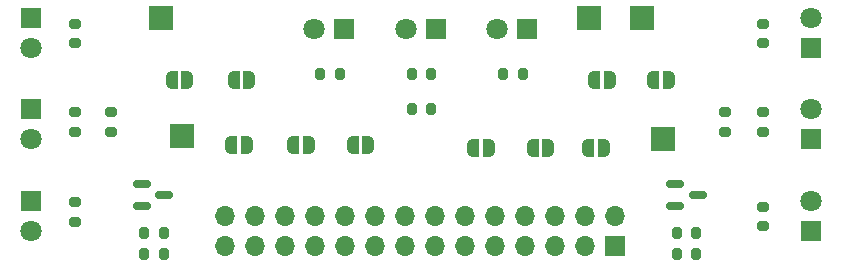
<source format=gbr>
%TF.GenerationSoftware,KiCad,Pcbnew,8.0.1*%
%TF.CreationDate,2024-03-24T15:01:24+02:00*%
%TF.ProjectId,EEE3088_HLDZUH001_Sensing,45454533-3038-4385-9f48-4c445a554830,rev?*%
%TF.SameCoordinates,Original*%
%TF.FileFunction,Soldermask,Top*%
%TF.FilePolarity,Negative*%
%FSLAX46Y46*%
G04 Gerber Fmt 4.6, Leading zero omitted, Abs format (unit mm)*
G04 Created by KiCad (PCBNEW 8.0.1) date 2024-03-24 15:01:24*
%MOMM*%
%LPD*%
G01*
G04 APERTURE LIST*
G04 Aperture macros list*
%AMRoundRect*
0 Rectangle with rounded corners*
0 $1 Rounding radius*
0 $2 $3 $4 $5 $6 $7 $8 $9 X,Y pos of 4 corners*
0 Add a 4 corners polygon primitive as box body*
4,1,4,$2,$3,$4,$5,$6,$7,$8,$9,$2,$3,0*
0 Add four circle primitives for the rounded corners*
1,1,$1+$1,$2,$3*
1,1,$1+$1,$4,$5*
1,1,$1+$1,$6,$7*
1,1,$1+$1,$8,$9*
0 Add four rect primitives between the rounded corners*
20,1,$1+$1,$2,$3,$4,$5,0*
20,1,$1+$1,$4,$5,$6,$7,0*
20,1,$1+$1,$6,$7,$8,$9,0*
20,1,$1+$1,$8,$9,$2,$3,0*%
%AMFreePoly0*
4,1,19,0.500000,-0.750000,0.000000,-0.750000,0.000000,-0.744911,-0.071157,-0.744911,-0.207708,-0.704816,-0.327430,-0.627875,-0.420627,-0.520320,-0.479746,-0.390866,-0.500000,-0.250000,-0.500000,0.250000,-0.479746,0.390866,-0.420627,0.520320,-0.327430,0.627875,-0.207708,0.704816,-0.071157,0.744911,0.000000,0.744911,0.000000,0.750000,0.500000,0.750000,0.500000,-0.750000,0.500000,-0.750000,
$1*%
%AMFreePoly1*
4,1,19,0.000000,0.744911,0.071157,0.744911,0.207708,0.704816,0.327430,0.627875,0.420627,0.520320,0.479746,0.390866,0.500000,0.250000,0.500000,-0.250000,0.479746,-0.390866,0.420627,-0.520320,0.327430,-0.627875,0.207708,-0.704816,0.071157,-0.744911,0.000000,-0.744911,0.000000,-0.750000,-0.500000,-0.750000,-0.500000,0.750000,0.000000,0.750000,0.000000,0.744911,0.000000,0.744911,
$1*%
G04 Aperture macros list end*
%ADD10R,1.800000X1.800000*%
%ADD11C,1.800000*%
%ADD12R,2.000000X2.000000*%
%ADD13RoundRect,0.200000X-0.200000X-0.275000X0.200000X-0.275000X0.200000X0.275000X-0.200000X0.275000X0*%
%ADD14RoundRect,0.200000X0.275000X-0.200000X0.275000X0.200000X-0.275000X0.200000X-0.275000X-0.200000X0*%
%ADD15RoundRect,0.200000X0.200000X0.275000X-0.200000X0.275000X-0.200000X-0.275000X0.200000X-0.275000X0*%
%ADD16RoundRect,0.200000X-0.275000X0.200000X-0.275000X-0.200000X0.275000X-0.200000X0.275000X0.200000X0*%
%ADD17RoundRect,0.150000X-0.587500X-0.150000X0.587500X-0.150000X0.587500X0.150000X-0.587500X0.150000X0*%
%ADD18FreePoly0,0.000000*%
%ADD19FreePoly1,0.000000*%
%ADD20R,1.700000X1.700000*%
%ADD21O,1.700000X1.700000*%
G04 APERTURE END LIST*
D10*
%TO.C,D3*%
X215025000Y-93525000D03*
D11*
X215025000Y-90985000D03*
%TD*%
%TO.C,D9*%
X215025000Y-83235000D03*
D10*
X215025000Y-85775000D03*
%TD*%
%TO.C,D8*%
X183275000Y-76475000D03*
D11*
X180735000Y-76475000D03*
%TD*%
D10*
%TO.C,D7*%
X148975000Y-83225000D03*
D11*
X148975000Y-85765000D03*
%TD*%
D12*
%TO.C,TP5*%
X202500000Y-85750000D03*
%TD*%
%TO.C,TP4*%
X161750000Y-85500000D03*
%TD*%
%TO.C,TP3*%
X200750000Y-75500000D03*
%TD*%
%TO.C,TP2*%
X196250000Y-75500000D03*
%TD*%
%TO.C,TP1*%
X160000000Y-75500000D03*
%TD*%
D13*
%TO.C,R16*%
X205325000Y-95500000D03*
X203675000Y-95500000D03*
%TD*%
%TO.C,R15*%
X205325000Y-93750000D03*
X203675000Y-93750000D03*
%TD*%
%TO.C,R14*%
X158600000Y-95500000D03*
X160250000Y-95500000D03*
%TD*%
%TO.C,R13*%
X160250000Y-93750000D03*
X158600000Y-93750000D03*
%TD*%
D14*
%TO.C,R12*%
X207750000Y-85150000D03*
X207750000Y-83500000D03*
%TD*%
D15*
%TO.C,R11*%
X182900000Y-83250000D03*
X181250000Y-83250000D03*
%TD*%
D14*
%TO.C,R10*%
X155750000Y-85150000D03*
X155750000Y-83500000D03*
%TD*%
%TO.C,R9*%
X211000000Y-83500000D03*
X211000000Y-85150000D03*
%TD*%
D15*
%TO.C,R8*%
X182900000Y-80250000D03*
X181250000Y-80250000D03*
%TD*%
D16*
%TO.C,R7*%
X152750000Y-83500000D03*
X152750000Y-85150000D03*
%TD*%
D14*
%TO.C,R6*%
X211000000Y-77650000D03*
X211000000Y-76000000D03*
%TD*%
D15*
%TO.C,R5*%
X175150000Y-80250000D03*
X173500000Y-80250000D03*
%TD*%
D16*
%TO.C,R4*%
X152750000Y-91100000D03*
X152750000Y-92750000D03*
%TD*%
D14*
%TO.C,R3*%
X211000000Y-91500000D03*
X211000000Y-93150000D03*
%TD*%
D15*
%TO.C,R2*%
X190650000Y-80250000D03*
X189000000Y-80250000D03*
%TD*%
D16*
%TO.C,R1*%
X152750000Y-76000000D03*
X152750000Y-77650000D03*
%TD*%
D17*
%TO.C,Q2*%
X205437500Y-90500000D03*
X203562500Y-91450000D03*
X203562500Y-89550000D03*
%TD*%
%TO.C,Q1*%
X158375000Y-89550000D03*
X158375000Y-91450000D03*
X160250000Y-90500000D03*
%TD*%
D18*
%TO.C,JP10*%
X196200000Y-86500000D03*
D19*
X197500000Y-86500000D03*
%TD*%
D18*
%TO.C,JP9*%
X186450000Y-86500000D03*
D19*
X187750000Y-86500000D03*
%TD*%
%TO.C,JP8*%
X172500000Y-86250000D03*
D18*
X171200000Y-86250000D03*
%TD*%
%TO.C,JP7*%
X191500000Y-86500000D03*
D19*
X192800000Y-86500000D03*
%TD*%
D18*
%TO.C,JP6*%
X176250000Y-86250000D03*
D19*
X177550000Y-86250000D03*
%TD*%
D18*
%TO.C,JP5*%
X165950000Y-86250000D03*
D19*
X167250000Y-86250000D03*
%TD*%
%TO.C,JP4*%
X203000000Y-80750000D03*
D18*
X201700000Y-80750000D03*
%TD*%
%TO.C,JP3*%
X196700000Y-80750000D03*
D19*
X198000000Y-80750000D03*
%TD*%
D18*
%TO.C,JP2*%
X166200000Y-80750000D03*
D19*
X167500000Y-80750000D03*
%TD*%
D18*
%TO.C,JP1*%
X160950000Y-80750000D03*
D19*
X162250000Y-80750000D03*
%TD*%
D20*
%TO.C,J2*%
X198450000Y-94790000D03*
D21*
X198450000Y-92250000D03*
X195910000Y-94790000D03*
X195910000Y-92250000D03*
X193370000Y-94790000D03*
X193370000Y-92250000D03*
X190830000Y-94790000D03*
X190830000Y-92250000D03*
X188290000Y-94790000D03*
X188290000Y-92250000D03*
X185750000Y-94790000D03*
X185750000Y-92250000D03*
X183210000Y-94790000D03*
X183210000Y-92250000D03*
X180670000Y-94790000D03*
X180670000Y-92250000D03*
X178130000Y-94790000D03*
X178130000Y-92250000D03*
X175590000Y-94790000D03*
X175590000Y-92250000D03*
X173050000Y-94790000D03*
X173050000Y-92250000D03*
X170510000Y-94790000D03*
X170510000Y-92250000D03*
X167970000Y-94790000D03*
X167970000Y-92250000D03*
X165430000Y-94790000D03*
X165430000Y-92250000D03*
%TD*%
D10*
%TO.C,D6*%
X215025000Y-78025000D03*
D11*
X215025000Y-75485000D03*
%TD*%
D10*
%TO.C,D5*%
X175525000Y-76475000D03*
D11*
X172985000Y-76475000D03*
%TD*%
D10*
%TO.C,D4*%
X148975000Y-90975000D03*
D11*
X148975000Y-93515000D03*
%TD*%
D10*
%TO.C,D2*%
X191025000Y-76475000D03*
D11*
X188485000Y-76475000D03*
%TD*%
D10*
%TO.C,D1*%
X148975000Y-75475000D03*
D11*
X148975000Y-78015000D03*
%TD*%
M02*

</source>
